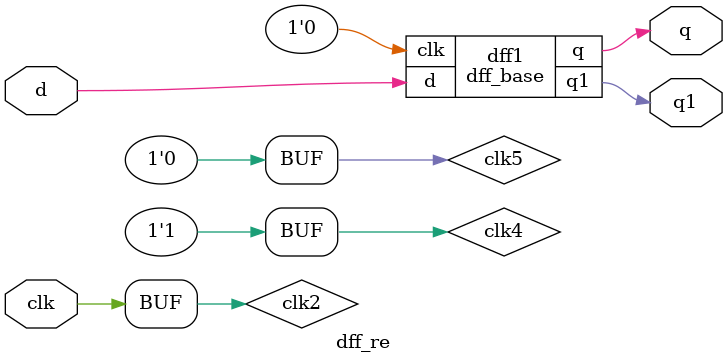
<source format=v>
module dff_base(output q, q1, input d, clk);
  wire a, b;
  nand(a, d, clk);
  nand(b, a, clk);
  nand(q, a, q1);
  nand(q1, b, q);
endmodule

module dff_re(output q, q1, input d, clk);
  wire a, b, clk1, clk2, clk3, clk4, clk5;
  nand(clk1, clk);
  nand(clk2, clk1);
  nand(clk3, clk2);
  nand(clk4, clk, clk3);
  nand(clk5, clk4);
  dff_base dff1(q, q1, d, clk5);
endmodule
</source>
